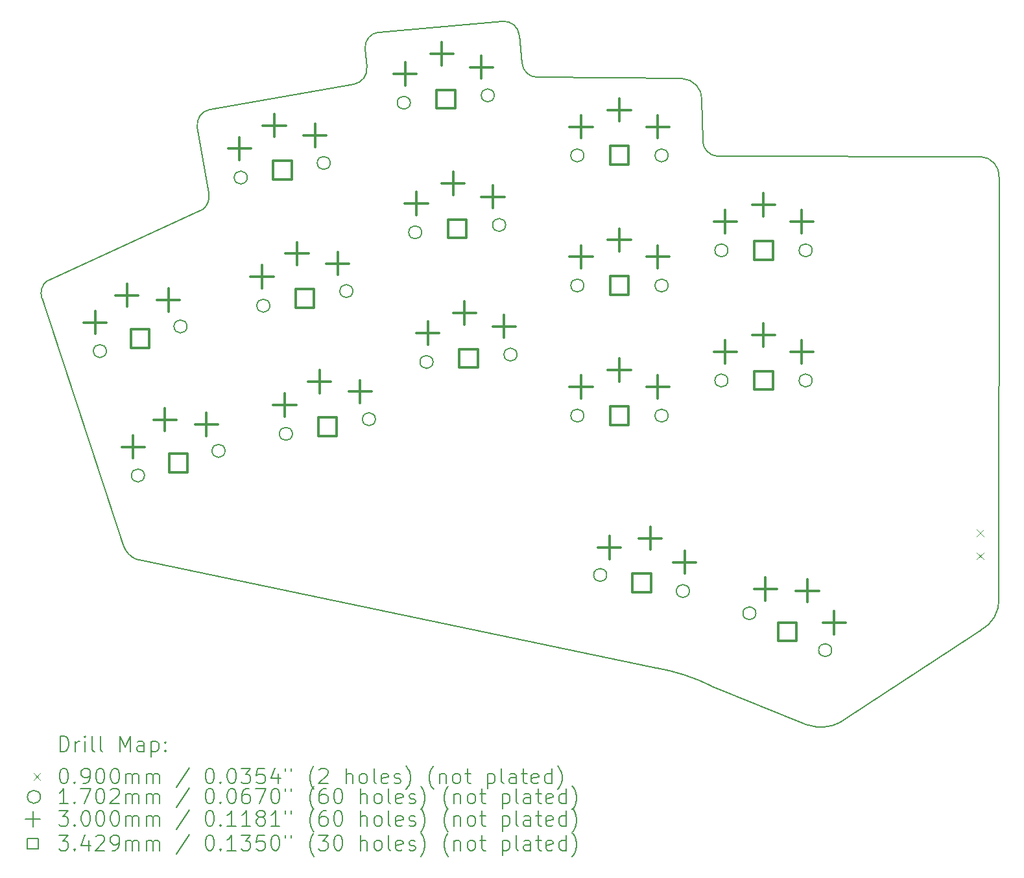
<source format=gbr>
%FSLAX45Y45*%
G04 Gerber Fmt 4.5, Leading zero omitted, Abs format (unit mm)*
G04 Created by KiCad (PCBNEW (6.0.4)) date 2022-05-15 18:09:08*
%MOMM*%
%LPD*%
G01*
G04 APERTURE LIST*
%TA.AperFunction,Profile*%
%ADD10C,0.150000*%
%TD*%
%ADD11C,0.200000*%
%ADD12C,0.090000*%
%ADD13C,0.170180*%
%ADD14C,0.300000*%
%ADD15C,0.342900*%
G04 APERTURE END LIST*
D10*
X6193308Y11268038D02*
X8077793Y11600323D01*
X12617390Y11393371D02*
G75*
G03*
X12363394Y11672771I-271530J8309D01*
G01*
X4064822Y9026729D02*
G75*
G03*
X4000538Y8804935I127368J-157129D01*
G01*
X4064821Y9026731D02*
X6108103Y9966950D01*
X10469953Y11689307D02*
X12363394Y11672771D01*
X12741926Y3736877D02*
G75*
G03*
X12025482Y3971349I-1191097J-2427667D01*
G01*
X10270710Y11871876D02*
G75*
G03*
X10469953Y11689307I199250J17444D01*
G01*
X16260102Y10651714D02*
X12830714Y10656418D01*
X12627823Y10859110D02*
G75*
G03*
X12830714Y10656418I208327J5640D01*
G01*
X8402406Y12279469D02*
X10016242Y12420661D01*
X13997410Y3228984D02*
G75*
G03*
X14415051Y3256148I177330J497746D01*
G01*
X12025482Y3971349D02*
X5232567Y5391664D01*
X4000538Y8804935D02*
X5064080Y5574684D01*
X5064080Y5574684D02*
G75*
G03*
X5232567Y5391664I284371J92726D01*
G01*
X13997409Y3228982D02*
X12741926Y3736876D01*
X16254981Y4462540D02*
G75*
G03*
X16496248Y4877642I-207697J398385D01*
G01*
X8242303Y11814716D02*
X8220598Y12062799D01*
X6108103Y9966950D02*
G75*
G03*
X6182043Y10176232I-151733J171310D01*
G01*
X16496248Y4877642D02*
X16498230Y10381255D01*
X10232913Y12238854D02*
G75*
G03*
X10016242Y12420661I-199233J-17424D01*
G01*
X14415051Y3256148D02*
X16254981Y4462540D01*
X6031076Y11036347D02*
X6182043Y10176232D01*
X8077794Y11600323D02*
G75*
G03*
X8242303Y11814716I-34724J196957D01*
G01*
X12627819Y10859110D02*
X12617394Y11393371D01*
X16498224Y10381255D02*
G75*
G03*
X16260102Y10651714I-253545J16825D01*
G01*
X10232912Y12238854D02*
X10270714Y11871876D01*
X6193307Y11268044D02*
G75*
G03*
X6031076Y11036347I34733J-196964D01*
G01*
X8402407Y12279462D02*
G75*
G03*
X8220598Y12062799I17423J-199232D01*
G01*
D11*
D12*
X16205014Y5779462D02*
X16295014Y5689462D01*
X16295014Y5779462D02*
X16205014Y5689462D01*
X16205014Y5479462D02*
X16295014Y5389462D01*
X16295014Y5479462D02*
X16205014Y5389462D01*
D13*
X4843348Y8112192D02*
G75*
G03*
X4843348Y8112192I-85090J0D01*
G01*
X4843348Y8112192D02*
G75*
G03*
X4843348Y8112192I-85090J0D01*
G01*
X5340380Y6486474D02*
G75*
G03*
X5340380Y6486474I-85090J0D01*
G01*
X5340380Y6486474D02*
G75*
G03*
X5340380Y6486474I-85090J0D01*
G01*
X5895283Y8433801D02*
G75*
G03*
X5895283Y8433801I-85090J0D01*
G01*
X5895283Y8433801D02*
G75*
G03*
X5895283Y8433801I-85090J0D01*
G01*
X6392315Y6808083D02*
G75*
G03*
X6392315Y6808083I-85090J0D01*
G01*
X6392315Y6808083D02*
G75*
G03*
X6392315Y6808083I-85090J0D01*
G01*
X6682157Y10379000D02*
G75*
G03*
X6682157Y10379000I-85090J0D01*
G01*
X6682157Y10379000D02*
G75*
G03*
X6682157Y10379000I-85090J0D01*
G01*
X6977359Y8704827D02*
G75*
G03*
X6977359Y8704827I-85090J0D01*
G01*
X6977359Y8704827D02*
G75*
G03*
X6977359Y8704827I-85090J0D01*
G01*
X7272560Y7030654D02*
G75*
G03*
X7272560Y7030654I-85090J0D01*
G01*
X7272560Y7030654D02*
G75*
G03*
X7272560Y7030654I-85090J0D01*
G01*
X7765445Y10570013D02*
G75*
G03*
X7765445Y10570013I-85090J0D01*
G01*
X7765445Y10570013D02*
G75*
G03*
X7765445Y10570013I-85090J0D01*
G01*
X8060647Y8895840D02*
G75*
G03*
X8060647Y8895840I-85090J0D01*
G01*
X8060647Y8895840D02*
G75*
G03*
X8060647Y8895840I-85090J0D01*
G01*
X8355849Y7221667D02*
G75*
G03*
X8355849Y7221667I-85090J0D01*
G01*
X8355849Y7221667D02*
G75*
G03*
X8355849Y7221667I-85090J0D01*
G01*
X8811183Y11357012D02*
G75*
G03*
X8811183Y11357012I-85090J0D01*
G01*
X8811183Y11357012D02*
G75*
G03*
X8811183Y11357012I-85090J0D01*
G01*
X8959347Y9663481D02*
G75*
G03*
X8959347Y9663481I-85090J0D01*
G01*
X8959347Y9663481D02*
G75*
G03*
X8959347Y9663481I-85090J0D01*
G01*
X9107512Y7969950D02*
G75*
G03*
X9107512Y7969950I-85090J0D01*
G01*
X9107512Y7969950D02*
G75*
G03*
X9107512Y7969950I-85090J0D01*
G01*
X9906997Y11452883D02*
G75*
G03*
X9906997Y11452883I-85090J0D01*
G01*
X9906997Y11452883D02*
G75*
G03*
X9906997Y11452883I-85090J0D01*
G01*
X10055161Y9759352D02*
G75*
G03*
X10055161Y9759352I-85090J0D01*
G01*
X10055161Y9759352D02*
G75*
G03*
X10055161Y9759352I-85090J0D01*
G01*
X10203326Y8065821D02*
G75*
G03*
X10203326Y8065821I-85090J0D01*
G01*
X10203326Y8065821D02*
G75*
G03*
X10203326Y8065821I-85090J0D01*
G01*
X11076199Y10668602D02*
G75*
G03*
X11076199Y10668602I-85090J0D01*
G01*
X11076199Y10668602D02*
G75*
G03*
X11076199Y10668602I-85090J0D01*
G01*
X11076199Y8968602D02*
G75*
G03*
X11076199Y8968602I-85090J0D01*
G01*
X11076199Y8968602D02*
G75*
G03*
X11076199Y8968602I-85090J0D01*
G01*
X11076199Y7268602D02*
G75*
G03*
X11076199Y7268602I-85090J0D01*
G01*
X11076199Y7268602D02*
G75*
G03*
X11076199Y7268602I-85090J0D01*
G01*
X11374909Y5186432D02*
G75*
G03*
X11374909Y5186432I-85090J0D01*
G01*
X11374909Y5186432D02*
G75*
G03*
X11374909Y5186432I-85090J0D01*
G01*
X12176199Y10668602D02*
G75*
G03*
X12176199Y10668602I-85090J0D01*
G01*
X12176199Y10668602D02*
G75*
G03*
X12176199Y10668602I-85090J0D01*
G01*
X12176199Y8968602D02*
G75*
G03*
X12176199Y8968602I-85090J0D01*
G01*
X12176199Y8968602D02*
G75*
G03*
X12176199Y8968602I-85090J0D01*
G01*
X12176199Y7268602D02*
G75*
G03*
X12176199Y7268602I-85090J0D01*
G01*
X12176199Y7268602D02*
G75*
G03*
X12176199Y7268602I-85090J0D01*
G01*
X12454699Y4976542D02*
G75*
G03*
X12454699Y4976542I-85090J0D01*
G01*
X12454699Y4976542D02*
G75*
G03*
X12454699Y4976542I-85090J0D01*
G01*
X12956918Y9427885D02*
G75*
G03*
X12956918Y9427885I-85090J0D01*
G01*
X12956918Y9427885D02*
G75*
G03*
X12956918Y9427885I-85090J0D01*
G01*
X12956918Y7727885D02*
G75*
G03*
X12956918Y7727885I-85090J0D01*
G01*
X12956918Y7727885D02*
G75*
G03*
X12956918Y7727885I-85090J0D01*
G01*
X13323274Y4685921D02*
G75*
G03*
X13323274Y4685921I-85090J0D01*
G01*
X13323274Y4685921D02*
G75*
G03*
X13323274Y4685921I-85090J0D01*
G01*
X14056918Y9427885D02*
G75*
G03*
X14056918Y9427885I-85090J0D01*
G01*
X14056918Y9427885D02*
G75*
G03*
X14056918Y9427885I-85090J0D01*
G01*
X14056918Y7727885D02*
G75*
G03*
X14056918Y7727885I-85090J0D01*
G01*
X14056918Y7727885D02*
G75*
G03*
X14056918Y7727885I-85090J0D01*
G01*
X14311948Y4203713D02*
G75*
G03*
X14311948Y4203713I-85090J0D01*
G01*
X14311948Y4203713D02*
G75*
G03*
X14311948Y4203713I-85090J0D01*
G01*
D14*
X4696434Y8635425D02*
X4696434Y8335425D01*
X4546434Y8485425D02*
X4846434Y8485425D01*
X5110265Y8991998D02*
X5110265Y8691998D01*
X4960265Y8841998D02*
X5260265Y8841998D01*
X5110265Y8991998D02*
X5110265Y8691998D01*
X4960265Y8841998D02*
X5260265Y8841998D01*
X5193466Y7009707D02*
X5193466Y6709707D01*
X5043466Y6859707D02*
X5343466Y6859707D01*
X5607297Y7366279D02*
X5607297Y7066279D01*
X5457297Y7216279D02*
X5757297Y7216279D01*
X5607297Y7366279D02*
X5607297Y7066279D01*
X5457297Y7216279D02*
X5757297Y7216279D01*
X5652739Y8927796D02*
X5652739Y8627796D01*
X5502739Y8777796D02*
X5802739Y8777796D01*
X6149771Y7302078D02*
X6149771Y7002078D01*
X5999771Y7152078D02*
X6299771Y7152078D01*
X6581189Y10906986D02*
X6581189Y10606986D01*
X6431189Y10756986D02*
X6731189Y10756986D01*
X6876391Y9232812D02*
X6876391Y8932812D01*
X6726391Y9082812D02*
X7026391Y9082812D01*
X7035390Y11210467D02*
X7035390Y10910467D01*
X6885390Y11060467D02*
X7185390Y11060467D01*
X7035390Y11210467D02*
X7035390Y10910467D01*
X6885390Y11060467D02*
X7185390Y11060467D01*
X7171593Y7558639D02*
X7171593Y7258639D01*
X7021593Y7408639D02*
X7321593Y7408639D01*
X7330592Y9536294D02*
X7330592Y9236294D01*
X7180592Y9386294D02*
X7480592Y9386294D01*
X7330592Y9536294D02*
X7330592Y9236294D01*
X7180592Y9386294D02*
X7480592Y9386294D01*
X7565997Y11080634D02*
X7565997Y10780634D01*
X7415997Y10930634D02*
X7715997Y10930634D01*
X7625794Y7862121D02*
X7625794Y7562121D01*
X7475794Y7712121D02*
X7775794Y7712121D01*
X7625794Y7862121D02*
X7625794Y7562121D01*
X7475794Y7712121D02*
X7775794Y7712121D01*
X7861199Y9406461D02*
X7861199Y9106461D01*
X7711199Y9256461D02*
X8011199Y9256461D01*
X8156401Y7732287D02*
X8156401Y7432287D01*
X8006401Y7582287D02*
X8306401Y7582287D01*
X8743219Y11884943D02*
X8743219Y11584943D01*
X8593219Y11734943D02*
X8893219Y11734943D01*
X8891384Y10191412D02*
X8891384Y9891412D01*
X8741384Y10041412D02*
X9041384Y10041412D01*
X9039548Y8497881D02*
X9039548Y8197881D01*
X8889548Y8347881D02*
X9189548Y8347881D01*
X9222142Y12147683D02*
X9222142Y11847683D01*
X9072142Y11997683D02*
X9372142Y11997683D01*
X9222142Y12147683D02*
X9222142Y11847683D01*
X9072142Y11997683D02*
X9372142Y11997683D01*
X9370307Y10454153D02*
X9370307Y10154153D01*
X9220307Y10304153D02*
X9520307Y10304153D01*
X9370307Y10454153D02*
X9370307Y10154153D01*
X9220307Y10304153D02*
X9520307Y10304153D01*
X9518471Y8760622D02*
X9518471Y8460622D01*
X9368471Y8610622D02*
X9668471Y8610622D01*
X9518471Y8760622D02*
X9518471Y8460622D01*
X9368471Y8610622D02*
X9668471Y8610622D01*
X9739414Y11972099D02*
X9739414Y11672099D01*
X9589414Y11822099D02*
X9889414Y11822099D01*
X9887578Y10278568D02*
X9887578Y9978568D01*
X9737578Y10128568D02*
X10037578Y10128568D01*
X10035743Y8585037D02*
X10035743Y8285037D01*
X9885743Y8435037D02*
X10185743Y8435037D01*
X11041109Y11193602D02*
X11041109Y10893602D01*
X10891109Y11043602D02*
X11191109Y11043602D01*
X11041109Y9493602D02*
X11041109Y9193602D01*
X10891109Y9343602D02*
X11191109Y9343602D01*
X11041109Y7793602D02*
X11041109Y7493602D01*
X10891109Y7643602D02*
X11191109Y7643602D01*
X11410454Y5695002D02*
X11410454Y5395002D01*
X11260454Y5545002D02*
X11560454Y5545002D01*
X11541109Y11413602D02*
X11541109Y11113602D01*
X11391109Y11263602D02*
X11691109Y11263602D01*
X11541109Y11413602D02*
X11541109Y11113602D01*
X11391109Y11263602D02*
X11691109Y11263602D01*
X11541109Y9713602D02*
X11541109Y9413602D01*
X11391109Y9563602D02*
X11691109Y9563602D01*
X11541109Y9713602D02*
X11541109Y9413602D01*
X11391109Y9563602D02*
X11691109Y9563602D01*
X11541109Y8013602D02*
X11541109Y7713602D01*
X11391109Y7863602D02*
X11691109Y7863602D01*
X11541109Y8013602D02*
X11541109Y7713602D01*
X11391109Y7863602D02*
X11691109Y7863602D01*
X11943245Y5815555D02*
X11943245Y5515555D01*
X11793245Y5665555D02*
X12093245Y5665555D01*
X11943245Y5815555D02*
X11943245Y5515555D01*
X11793245Y5665555D02*
X12093245Y5665555D01*
X12041109Y11193602D02*
X12041109Y10893602D01*
X11891109Y11043602D02*
X12191109Y11043602D01*
X12041109Y9493602D02*
X12041109Y9193602D01*
X11891109Y9343602D02*
X12191109Y9343602D01*
X12041109Y7793602D02*
X12041109Y7493602D01*
X11891109Y7643602D02*
X12191109Y7643602D01*
X12392081Y5504193D02*
X12392081Y5204193D01*
X12242081Y5354193D02*
X12542081Y5354193D01*
X12921828Y9952885D02*
X12921828Y9652885D01*
X12771828Y9802885D02*
X13071828Y9802885D01*
X12921828Y8252885D02*
X12921828Y7952885D01*
X12771828Y8102885D02*
X13071828Y8102885D01*
X13421828Y10172885D02*
X13421828Y9872885D01*
X13271828Y10022885D02*
X13571828Y10022885D01*
X13421828Y10172885D02*
X13421828Y9872885D01*
X13271828Y10022885D02*
X13571828Y10022885D01*
X13421828Y8472885D02*
X13421828Y8172885D01*
X13271828Y8322885D02*
X13571828Y8322885D01*
X13421828Y8472885D02*
X13421828Y8172885D01*
X13271828Y8322885D02*
X13571828Y8322885D01*
X13447513Y5151050D02*
X13447513Y4851050D01*
X13297513Y5001050D02*
X13597513Y5001050D01*
X13921828Y9952885D02*
X13921828Y9652885D01*
X13771828Y9802885D02*
X14071828Y9802885D01*
X13921828Y8252885D02*
X13921828Y7952885D01*
X13771828Y8102885D02*
X14071828Y8102885D01*
X13993352Y5129599D02*
X13993352Y4829599D01*
X13843352Y4979599D02*
X14143352Y4979599D01*
X13993352Y5129599D02*
X13993352Y4829599D01*
X13843352Y4979599D02*
X14143352Y4979599D01*
X14346307Y4712679D02*
X14346307Y4412679D01*
X14196307Y4562679D02*
X14496307Y4562679D01*
D15*
X5405461Y8151762D02*
X5405461Y8394231D01*
X5162991Y8394231D01*
X5162991Y8151762D01*
X5405461Y8151762D01*
X5405461Y8151762D02*
X5405461Y8394231D01*
X5162991Y8394231D01*
X5162991Y8151762D01*
X5405461Y8151762D01*
X5902492Y6526044D02*
X5902492Y6768513D01*
X5660023Y6768513D01*
X5660023Y6526044D01*
X5902492Y6526044D01*
X5902492Y6526044D02*
X5902492Y6768513D01*
X5660023Y6768513D01*
X5660023Y6526044D01*
X5902492Y6526044D01*
X7259946Y10353272D02*
X7259946Y10595741D01*
X7017476Y10595741D01*
X7017476Y10353272D01*
X7259946Y10353272D01*
X7259946Y10353272D02*
X7259946Y10595741D01*
X7017476Y10595741D01*
X7017476Y10353272D01*
X7259946Y10353272D01*
X7555147Y8679099D02*
X7555147Y8921568D01*
X7312678Y8921568D01*
X7312678Y8679099D01*
X7555147Y8679099D01*
X7555147Y8679099D02*
X7555147Y8921568D01*
X7312678Y8921568D01*
X7312678Y8679099D01*
X7555147Y8679099D01*
X7850349Y7004926D02*
X7850349Y7247395D01*
X7607880Y7247395D01*
X7607880Y7004926D01*
X7850349Y7004926D01*
X7850349Y7004926D02*
X7850349Y7247395D01*
X7607880Y7247395D01*
X7607880Y7004926D01*
X7850349Y7004926D01*
X9395234Y11283713D02*
X9395234Y11526182D01*
X9152765Y11526182D01*
X9152765Y11283713D01*
X9395234Y11283713D01*
X9395234Y11283713D02*
X9395234Y11526182D01*
X9152765Y11526182D01*
X9152765Y11283713D01*
X9395234Y11283713D01*
X9543399Y9590182D02*
X9543399Y9832651D01*
X9300930Y9832651D01*
X9300930Y9590182D01*
X9543399Y9590182D01*
X9543399Y9590182D02*
X9543399Y9832651D01*
X9300930Y9832651D01*
X9300930Y9590182D01*
X9543399Y9590182D01*
X9691564Y7896651D02*
X9691564Y8139120D01*
X9449095Y8139120D01*
X9449095Y7896651D01*
X9691564Y7896651D01*
X9691564Y7896651D02*
X9691564Y8139120D01*
X9449095Y8139120D01*
X9449095Y7896651D01*
X9691564Y7896651D01*
X11662343Y10547367D02*
X11662343Y10789836D01*
X11419874Y10789836D01*
X11419874Y10547367D01*
X11662343Y10547367D01*
X11662343Y10547367D02*
X11662343Y10789836D01*
X11419874Y10789836D01*
X11419874Y10547367D01*
X11662343Y10547367D01*
X11662343Y8847367D02*
X11662343Y9089836D01*
X11419874Y9089836D01*
X11419874Y8847367D01*
X11662343Y8847367D01*
X11662343Y8847367D02*
X11662343Y9089836D01*
X11419874Y9089836D01*
X11419874Y8847367D01*
X11662343Y8847367D01*
X11662343Y7147367D02*
X11662343Y7389836D01*
X11419874Y7389836D01*
X11419874Y7147367D01*
X11662343Y7147367D01*
X11662343Y7147367D02*
X11662343Y7389836D01*
X11419874Y7389836D01*
X11419874Y7147367D01*
X11662343Y7147367D01*
X11950949Y4960253D02*
X11950949Y5202722D01*
X11708479Y5202722D01*
X11708479Y4960253D01*
X11950949Y4960253D01*
X11950949Y4960253D02*
X11950949Y5202722D01*
X11708479Y5202722D01*
X11708479Y4960253D01*
X11950949Y4960253D01*
X13543063Y9306651D02*
X13543063Y9549120D01*
X13300593Y9549120D01*
X13300593Y9306651D01*
X13543063Y9306651D01*
X13543063Y9306651D02*
X13543063Y9549120D01*
X13300593Y9549120D01*
X13300593Y9306651D01*
X13543063Y9306651D01*
X13543063Y7606651D02*
X13543063Y7849120D01*
X13300593Y7849120D01*
X13300593Y7606651D01*
X13543063Y7606651D01*
X13543063Y7606651D02*
X13543063Y7849120D01*
X13300593Y7849120D01*
X13300593Y7606651D01*
X13543063Y7606651D01*
X13853756Y4323582D02*
X13853756Y4566051D01*
X13611286Y4566051D01*
X13611286Y4323582D01*
X13853756Y4323582D01*
X13853756Y4323582D02*
X13853756Y4566051D01*
X13611286Y4566051D01*
X13611286Y4323582D01*
X13853756Y4323582D01*
D11*
X4240042Y2880363D02*
X4240042Y3080363D01*
X4287661Y3080363D01*
X4316233Y3070839D01*
X4335280Y3051792D01*
X4344804Y3032744D01*
X4354328Y2994649D01*
X4354328Y2966077D01*
X4344804Y2927982D01*
X4335280Y2908934D01*
X4316233Y2889887D01*
X4287661Y2880363D01*
X4240042Y2880363D01*
X4440042Y2880363D02*
X4440042Y3013696D01*
X4440042Y2975601D02*
X4449566Y2994649D01*
X4459090Y3004173D01*
X4478137Y3013696D01*
X4497185Y3013696D01*
X4563852Y2880363D02*
X4563852Y3013696D01*
X4563852Y3080363D02*
X4554328Y3070839D01*
X4563852Y3061315D01*
X4573375Y3070839D01*
X4563852Y3080363D01*
X4563852Y3061315D01*
X4687661Y2880363D02*
X4668614Y2889887D01*
X4659090Y2908934D01*
X4659090Y3080363D01*
X4792423Y2880363D02*
X4773375Y2889887D01*
X4763852Y2908934D01*
X4763852Y3080363D01*
X5020995Y2880363D02*
X5020995Y3080363D01*
X5087661Y2937506D01*
X5154328Y3080363D01*
X5154328Y2880363D01*
X5335280Y2880363D02*
X5335280Y2985125D01*
X5325756Y3004173D01*
X5306709Y3013696D01*
X5268614Y3013696D01*
X5249566Y3004173D01*
X5335280Y2889887D02*
X5316233Y2880363D01*
X5268614Y2880363D01*
X5249566Y2889887D01*
X5240042Y2908934D01*
X5240042Y2927982D01*
X5249566Y2947030D01*
X5268614Y2956553D01*
X5316233Y2956553D01*
X5335280Y2966077D01*
X5430518Y3013696D02*
X5430518Y2813696D01*
X5430518Y3004173D02*
X5449566Y3013696D01*
X5487661Y3013696D01*
X5506709Y3004173D01*
X5516233Y2994649D01*
X5525756Y2975601D01*
X5525756Y2918458D01*
X5516233Y2899411D01*
X5506709Y2889887D01*
X5487661Y2880363D01*
X5449566Y2880363D01*
X5430518Y2889887D01*
X5611471Y2899411D02*
X5620994Y2889887D01*
X5611471Y2880363D01*
X5601947Y2889887D01*
X5611471Y2899411D01*
X5611471Y2880363D01*
X5611471Y3004173D02*
X5620994Y2994649D01*
X5611471Y2985125D01*
X5601947Y2994649D01*
X5611471Y3004173D01*
X5611471Y2985125D01*
D12*
X3892423Y2595839D02*
X3982423Y2505839D01*
X3982423Y2595839D02*
X3892423Y2505839D01*
D11*
X4278137Y2660363D02*
X4297185Y2660363D01*
X4316233Y2650839D01*
X4325756Y2641315D01*
X4335280Y2622268D01*
X4344804Y2584173D01*
X4344804Y2536554D01*
X4335280Y2498458D01*
X4325756Y2479411D01*
X4316233Y2469887D01*
X4297185Y2460363D01*
X4278137Y2460363D01*
X4259090Y2469887D01*
X4249566Y2479411D01*
X4240042Y2498458D01*
X4230518Y2536554D01*
X4230518Y2584173D01*
X4240042Y2622268D01*
X4249566Y2641315D01*
X4259090Y2650839D01*
X4278137Y2660363D01*
X4430518Y2479411D02*
X4440042Y2469887D01*
X4430518Y2460363D01*
X4420995Y2469887D01*
X4430518Y2479411D01*
X4430518Y2460363D01*
X4535280Y2460363D02*
X4573375Y2460363D01*
X4592423Y2469887D01*
X4601947Y2479411D01*
X4620995Y2507982D01*
X4630518Y2546077D01*
X4630518Y2622268D01*
X4620995Y2641315D01*
X4611471Y2650839D01*
X4592423Y2660363D01*
X4554328Y2660363D01*
X4535280Y2650839D01*
X4525756Y2641315D01*
X4516233Y2622268D01*
X4516233Y2574649D01*
X4525756Y2555601D01*
X4535280Y2546077D01*
X4554328Y2536554D01*
X4592423Y2536554D01*
X4611471Y2546077D01*
X4620995Y2555601D01*
X4630518Y2574649D01*
X4754328Y2660363D02*
X4773375Y2660363D01*
X4792423Y2650839D01*
X4801947Y2641315D01*
X4811471Y2622268D01*
X4820995Y2584173D01*
X4820995Y2536554D01*
X4811471Y2498458D01*
X4801947Y2479411D01*
X4792423Y2469887D01*
X4773375Y2460363D01*
X4754328Y2460363D01*
X4735280Y2469887D01*
X4725756Y2479411D01*
X4716233Y2498458D01*
X4706709Y2536554D01*
X4706709Y2584173D01*
X4716233Y2622268D01*
X4725756Y2641315D01*
X4735280Y2650839D01*
X4754328Y2660363D01*
X4944804Y2660363D02*
X4963852Y2660363D01*
X4982899Y2650839D01*
X4992423Y2641315D01*
X5001947Y2622268D01*
X5011471Y2584173D01*
X5011471Y2536554D01*
X5001947Y2498458D01*
X4992423Y2479411D01*
X4982899Y2469887D01*
X4963852Y2460363D01*
X4944804Y2460363D01*
X4925756Y2469887D01*
X4916233Y2479411D01*
X4906709Y2498458D01*
X4897185Y2536554D01*
X4897185Y2584173D01*
X4906709Y2622268D01*
X4916233Y2641315D01*
X4925756Y2650839D01*
X4944804Y2660363D01*
X5097185Y2460363D02*
X5097185Y2593696D01*
X5097185Y2574649D02*
X5106709Y2584173D01*
X5125756Y2593696D01*
X5154328Y2593696D01*
X5173375Y2584173D01*
X5182899Y2565125D01*
X5182899Y2460363D01*
X5182899Y2565125D02*
X5192423Y2584173D01*
X5211471Y2593696D01*
X5240042Y2593696D01*
X5259090Y2584173D01*
X5268614Y2565125D01*
X5268614Y2460363D01*
X5363852Y2460363D02*
X5363852Y2593696D01*
X5363852Y2574649D02*
X5373375Y2584173D01*
X5392423Y2593696D01*
X5420995Y2593696D01*
X5440042Y2584173D01*
X5449566Y2565125D01*
X5449566Y2460363D01*
X5449566Y2565125D02*
X5459090Y2584173D01*
X5478137Y2593696D01*
X5506709Y2593696D01*
X5525756Y2584173D01*
X5535280Y2565125D01*
X5535280Y2460363D01*
X5925756Y2669887D02*
X5754328Y2412744D01*
X6182899Y2660363D02*
X6201947Y2660363D01*
X6220994Y2650839D01*
X6230518Y2641315D01*
X6240042Y2622268D01*
X6249566Y2584173D01*
X6249566Y2536554D01*
X6240042Y2498458D01*
X6230518Y2479411D01*
X6220994Y2469887D01*
X6201947Y2460363D01*
X6182899Y2460363D01*
X6163852Y2469887D01*
X6154328Y2479411D01*
X6144804Y2498458D01*
X6135280Y2536554D01*
X6135280Y2584173D01*
X6144804Y2622268D01*
X6154328Y2641315D01*
X6163852Y2650839D01*
X6182899Y2660363D01*
X6335280Y2479411D02*
X6344804Y2469887D01*
X6335280Y2460363D01*
X6325756Y2469887D01*
X6335280Y2479411D01*
X6335280Y2460363D01*
X6468613Y2660363D02*
X6487661Y2660363D01*
X6506709Y2650839D01*
X6516233Y2641315D01*
X6525756Y2622268D01*
X6535280Y2584173D01*
X6535280Y2536554D01*
X6525756Y2498458D01*
X6516233Y2479411D01*
X6506709Y2469887D01*
X6487661Y2460363D01*
X6468613Y2460363D01*
X6449566Y2469887D01*
X6440042Y2479411D01*
X6430518Y2498458D01*
X6420994Y2536554D01*
X6420994Y2584173D01*
X6430518Y2622268D01*
X6440042Y2641315D01*
X6449566Y2650839D01*
X6468613Y2660363D01*
X6601947Y2660363D02*
X6725756Y2660363D01*
X6659090Y2584173D01*
X6687661Y2584173D01*
X6706709Y2574649D01*
X6716233Y2565125D01*
X6725756Y2546077D01*
X6725756Y2498458D01*
X6716233Y2479411D01*
X6706709Y2469887D01*
X6687661Y2460363D01*
X6630518Y2460363D01*
X6611471Y2469887D01*
X6601947Y2479411D01*
X6906709Y2660363D02*
X6811471Y2660363D01*
X6801947Y2565125D01*
X6811471Y2574649D01*
X6830518Y2584173D01*
X6878137Y2584173D01*
X6897185Y2574649D01*
X6906709Y2565125D01*
X6916233Y2546077D01*
X6916233Y2498458D01*
X6906709Y2479411D01*
X6897185Y2469887D01*
X6878137Y2460363D01*
X6830518Y2460363D01*
X6811471Y2469887D01*
X6801947Y2479411D01*
X7087661Y2593696D02*
X7087661Y2460363D01*
X7040042Y2669887D02*
X6992423Y2527030D01*
X7116233Y2527030D01*
X7182899Y2660363D02*
X7182899Y2622268D01*
X7259090Y2660363D02*
X7259090Y2622268D01*
X7554328Y2384173D02*
X7544804Y2393696D01*
X7525756Y2422268D01*
X7516233Y2441315D01*
X7506709Y2469887D01*
X7497185Y2517506D01*
X7497185Y2555601D01*
X7506709Y2603220D01*
X7516233Y2631792D01*
X7525756Y2650839D01*
X7544804Y2679411D01*
X7554328Y2688935D01*
X7620994Y2641315D02*
X7630518Y2650839D01*
X7649566Y2660363D01*
X7697185Y2660363D01*
X7716233Y2650839D01*
X7725756Y2641315D01*
X7735280Y2622268D01*
X7735280Y2603220D01*
X7725756Y2574649D01*
X7611471Y2460363D01*
X7735280Y2460363D01*
X7973375Y2460363D02*
X7973375Y2660363D01*
X8059090Y2460363D02*
X8059090Y2565125D01*
X8049566Y2584173D01*
X8030518Y2593696D01*
X8001947Y2593696D01*
X7982899Y2584173D01*
X7973375Y2574649D01*
X8182899Y2460363D02*
X8163852Y2469887D01*
X8154328Y2479411D01*
X8144804Y2498458D01*
X8144804Y2555601D01*
X8154328Y2574649D01*
X8163852Y2584173D01*
X8182899Y2593696D01*
X8211471Y2593696D01*
X8230518Y2584173D01*
X8240042Y2574649D01*
X8249566Y2555601D01*
X8249566Y2498458D01*
X8240042Y2479411D01*
X8230518Y2469887D01*
X8211471Y2460363D01*
X8182899Y2460363D01*
X8363852Y2460363D02*
X8344804Y2469887D01*
X8335280Y2488935D01*
X8335280Y2660363D01*
X8516233Y2469887D02*
X8497185Y2460363D01*
X8459090Y2460363D01*
X8440042Y2469887D01*
X8430518Y2488935D01*
X8430518Y2565125D01*
X8440042Y2584173D01*
X8459090Y2593696D01*
X8497185Y2593696D01*
X8516233Y2584173D01*
X8525756Y2565125D01*
X8525756Y2546077D01*
X8430518Y2527030D01*
X8601947Y2469887D02*
X8620995Y2460363D01*
X8659090Y2460363D01*
X8678137Y2469887D01*
X8687661Y2488935D01*
X8687661Y2498458D01*
X8678137Y2517506D01*
X8659090Y2527030D01*
X8630518Y2527030D01*
X8611471Y2536554D01*
X8601947Y2555601D01*
X8601947Y2565125D01*
X8611471Y2584173D01*
X8630518Y2593696D01*
X8659090Y2593696D01*
X8678137Y2584173D01*
X8754328Y2384173D02*
X8763852Y2393696D01*
X8782899Y2422268D01*
X8792423Y2441315D01*
X8801947Y2469887D01*
X8811471Y2517506D01*
X8811471Y2555601D01*
X8801947Y2603220D01*
X8792423Y2631792D01*
X8782899Y2650839D01*
X8763852Y2679411D01*
X8754328Y2688935D01*
X9116233Y2384173D02*
X9106709Y2393696D01*
X9087661Y2422268D01*
X9078137Y2441315D01*
X9068614Y2469887D01*
X9059090Y2517506D01*
X9059090Y2555601D01*
X9068614Y2603220D01*
X9078137Y2631792D01*
X9087661Y2650839D01*
X9106709Y2679411D01*
X9116233Y2688935D01*
X9192423Y2593696D02*
X9192423Y2460363D01*
X9192423Y2574649D02*
X9201947Y2584173D01*
X9220995Y2593696D01*
X9249566Y2593696D01*
X9268614Y2584173D01*
X9278137Y2565125D01*
X9278137Y2460363D01*
X9401947Y2460363D02*
X9382899Y2469887D01*
X9373375Y2479411D01*
X9363852Y2498458D01*
X9363852Y2555601D01*
X9373375Y2574649D01*
X9382899Y2584173D01*
X9401947Y2593696D01*
X9430518Y2593696D01*
X9449566Y2584173D01*
X9459090Y2574649D01*
X9468614Y2555601D01*
X9468614Y2498458D01*
X9459090Y2479411D01*
X9449566Y2469887D01*
X9430518Y2460363D01*
X9401947Y2460363D01*
X9525756Y2593696D02*
X9601947Y2593696D01*
X9554328Y2660363D02*
X9554328Y2488935D01*
X9563852Y2469887D01*
X9582899Y2460363D01*
X9601947Y2460363D01*
X9820995Y2593696D02*
X9820995Y2393696D01*
X9820995Y2584173D02*
X9840042Y2593696D01*
X9878137Y2593696D01*
X9897185Y2584173D01*
X9906709Y2574649D01*
X9916233Y2555601D01*
X9916233Y2498458D01*
X9906709Y2479411D01*
X9897185Y2469887D01*
X9878137Y2460363D01*
X9840042Y2460363D01*
X9820995Y2469887D01*
X10030518Y2460363D02*
X10011471Y2469887D01*
X10001947Y2488935D01*
X10001947Y2660363D01*
X10192423Y2460363D02*
X10192423Y2565125D01*
X10182899Y2584173D01*
X10163852Y2593696D01*
X10125756Y2593696D01*
X10106709Y2584173D01*
X10192423Y2469887D02*
X10173375Y2460363D01*
X10125756Y2460363D01*
X10106709Y2469887D01*
X10097185Y2488935D01*
X10097185Y2507982D01*
X10106709Y2527030D01*
X10125756Y2536554D01*
X10173375Y2536554D01*
X10192423Y2546077D01*
X10259090Y2593696D02*
X10335280Y2593696D01*
X10287661Y2660363D02*
X10287661Y2488935D01*
X10297185Y2469887D01*
X10316233Y2460363D01*
X10335280Y2460363D01*
X10478137Y2469887D02*
X10459090Y2460363D01*
X10420995Y2460363D01*
X10401947Y2469887D01*
X10392423Y2488935D01*
X10392423Y2565125D01*
X10401947Y2584173D01*
X10420995Y2593696D01*
X10459090Y2593696D01*
X10478137Y2584173D01*
X10487661Y2565125D01*
X10487661Y2546077D01*
X10392423Y2527030D01*
X10659090Y2460363D02*
X10659090Y2660363D01*
X10659090Y2469887D02*
X10640042Y2460363D01*
X10601947Y2460363D01*
X10582899Y2469887D01*
X10573375Y2479411D01*
X10563852Y2498458D01*
X10563852Y2555601D01*
X10573375Y2574649D01*
X10582899Y2584173D01*
X10601947Y2593696D01*
X10640042Y2593696D01*
X10659090Y2584173D01*
X10735280Y2384173D02*
X10744804Y2393696D01*
X10763852Y2422268D01*
X10773375Y2441315D01*
X10782899Y2469887D01*
X10792423Y2517506D01*
X10792423Y2555601D01*
X10782899Y2603220D01*
X10773375Y2631792D01*
X10763852Y2650839D01*
X10744804Y2679411D01*
X10735280Y2688935D01*
D13*
X3982423Y2286839D02*
G75*
G03*
X3982423Y2286839I-85090J0D01*
G01*
D11*
X4344804Y2196363D02*
X4230518Y2196363D01*
X4287661Y2196363D02*
X4287661Y2396363D01*
X4268614Y2367792D01*
X4249566Y2348744D01*
X4230518Y2339220D01*
X4430518Y2215411D02*
X4440042Y2205887D01*
X4430518Y2196363D01*
X4420995Y2205887D01*
X4430518Y2215411D01*
X4430518Y2196363D01*
X4506709Y2396363D02*
X4640042Y2396363D01*
X4554328Y2196363D01*
X4754328Y2396363D02*
X4773375Y2396363D01*
X4792423Y2386839D01*
X4801947Y2377315D01*
X4811471Y2358268D01*
X4820995Y2320173D01*
X4820995Y2272554D01*
X4811471Y2234458D01*
X4801947Y2215411D01*
X4792423Y2205887D01*
X4773375Y2196363D01*
X4754328Y2196363D01*
X4735280Y2205887D01*
X4725756Y2215411D01*
X4716233Y2234458D01*
X4706709Y2272554D01*
X4706709Y2320173D01*
X4716233Y2358268D01*
X4725756Y2377315D01*
X4735280Y2386839D01*
X4754328Y2396363D01*
X4897185Y2377315D02*
X4906709Y2386839D01*
X4925756Y2396363D01*
X4973375Y2396363D01*
X4992423Y2386839D01*
X5001947Y2377315D01*
X5011471Y2358268D01*
X5011471Y2339220D01*
X5001947Y2310649D01*
X4887661Y2196363D01*
X5011471Y2196363D01*
X5097185Y2196363D02*
X5097185Y2329696D01*
X5097185Y2310649D02*
X5106709Y2320173D01*
X5125756Y2329696D01*
X5154328Y2329696D01*
X5173375Y2320173D01*
X5182899Y2301125D01*
X5182899Y2196363D01*
X5182899Y2301125D02*
X5192423Y2320173D01*
X5211471Y2329696D01*
X5240042Y2329696D01*
X5259090Y2320173D01*
X5268614Y2301125D01*
X5268614Y2196363D01*
X5363852Y2196363D02*
X5363852Y2329696D01*
X5363852Y2310649D02*
X5373375Y2320173D01*
X5392423Y2329696D01*
X5420995Y2329696D01*
X5440042Y2320173D01*
X5449566Y2301125D01*
X5449566Y2196363D01*
X5449566Y2301125D02*
X5459090Y2320173D01*
X5478137Y2329696D01*
X5506709Y2329696D01*
X5525756Y2320173D01*
X5535280Y2301125D01*
X5535280Y2196363D01*
X5925756Y2405887D02*
X5754328Y2148744D01*
X6182899Y2396363D02*
X6201947Y2396363D01*
X6220994Y2386839D01*
X6230518Y2377315D01*
X6240042Y2358268D01*
X6249566Y2320173D01*
X6249566Y2272554D01*
X6240042Y2234458D01*
X6230518Y2215411D01*
X6220994Y2205887D01*
X6201947Y2196363D01*
X6182899Y2196363D01*
X6163852Y2205887D01*
X6154328Y2215411D01*
X6144804Y2234458D01*
X6135280Y2272554D01*
X6135280Y2320173D01*
X6144804Y2358268D01*
X6154328Y2377315D01*
X6163852Y2386839D01*
X6182899Y2396363D01*
X6335280Y2215411D02*
X6344804Y2205887D01*
X6335280Y2196363D01*
X6325756Y2205887D01*
X6335280Y2215411D01*
X6335280Y2196363D01*
X6468613Y2396363D02*
X6487661Y2396363D01*
X6506709Y2386839D01*
X6516233Y2377315D01*
X6525756Y2358268D01*
X6535280Y2320173D01*
X6535280Y2272554D01*
X6525756Y2234458D01*
X6516233Y2215411D01*
X6506709Y2205887D01*
X6487661Y2196363D01*
X6468613Y2196363D01*
X6449566Y2205887D01*
X6440042Y2215411D01*
X6430518Y2234458D01*
X6420994Y2272554D01*
X6420994Y2320173D01*
X6430518Y2358268D01*
X6440042Y2377315D01*
X6449566Y2386839D01*
X6468613Y2396363D01*
X6706709Y2396363D02*
X6668613Y2396363D01*
X6649566Y2386839D01*
X6640042Y2377315D01*
X6620994Y2348744D01*
X6611471Y2310649D01*
X6611471Y2234458D01*
X6620994Y2215411D01*
X6630518Y2205887D01*
X6649566Y2196363D01*
X6687661Y2196363D01*
X6706709Y2205887D01*
X6716233Y2215411D01*
X6725756Y2234458D01*
X6725756Y2282077D01*
X6716233Y2301125D01*
X6706709Y2310649D01*
X6687661Y2320173D01*
X6649566Y2320173D01*
X6630518Y2310649D01*
X6620994Y2301125D01*
X6611471Y2282077D01*
X6792423Y2396363D02*
X6925756Y2396363D01*
X6840042Y2196363D01*
X7040042Y2396363D02*
X7059090Y2396363D01*
X7078137Y2386839D01*
X7087661Y2377315D01*
X7097185Y2358268D01*
X7106709Y2320173D01*
X7106709Y2272554D01*
X7097185Y2234458D01*
X7087661Y2215411D01*
X7078137Y2205887D01*
X7059090Y2196363D01*
X7040042Y2196363D01*
X7020994Y2205887D01*
X7011471Y2215411D01*
X7001947Y2234458D01*
X6992423Y2272554D01*
X6992423Y2320173D01*
X7001947Y2358268D01*
X7011471Y2377315D01*
X7020994Y2386839D01*
X7040042Y2396363D01*
X7182899Y2396363D02*
X7182899Y2358268D01*
X7259090Y2396363D02*
X7259090Y2358268D01*
X7554328Y2120173D02*
X7544804Y2129696D01*
X7525756Y2158268D01*
X7516233Y2177315D01*
X7506709Y2205887D01*
X7497185Y2253506D01*
X7497185Y2291601D01*
X7506709Y2339220D01*
X7516233Y2367792D01*
X7525756Y2386839D01*
X7544804Y2415411D01*
X7554328Y2424935D01*
X7716233Y2396363D02*
X7678137Y2396363D01*
X7659090Y2386839D01*
X7649566Y2377315D01*
X7630518Y2348744D01*
X7620994Y2310649D01*
X7620994Y2234458D01*
X7630518Y2215411D01*
X7640042Y2205887D01*
X7659090Y2196363D01*
X7697185Y2196363D01*
X7716233Y2205887D01*
X7725756Y2215411D01*
X7735280Y2234458D01*
X7735280Y2282077D01*
X7725756Y2301125D01*
X7716233Y2310649D01*
X7697185Y2320173D01*
X7659090Y2320173D01*
X7640042Y2310649D01*
X7630518Y2301125D01*
X7620994Y2282077D01*
X7859090Y2396363D02*
X7878137Y2396363D01*
X7897185Y2386839D01*
X7906709Y2377315D01*
X7916233Y2358268D01*
X7925756Y2320173D01*
X7925756Y2272554D01*
X7916233Y2234458D01*
X7906709Y2215411D01*
X7897185Y2205887D01*
X7878137Y2196363D01*
X7859090Y2196363D01*
X7840042Y2205887D01*
X7830518Y2215411D01*
X7820994Y2234458D01*
X7811471Y2272554D01*
X7811471Y2320173D01*
X7820994Y2358268D01*
X7830518Y2377315D01*
X7840042Y2386839D01*
X7859090Y2396363D01*
X8163852Y2196363D02*
X8163852Y2396363D01*
X8249566Y2196363D02*
X8249566Y2301125D01*
X8240042Y2320173D01*
X8220994Y2329696D01*
X8192423Y2329696D01*
X8173375Y2320173D01*
X8163852Y2310649D01*
X8373375Y2196363D02*
X8354328Y2205887D01*
X8344804Y2215411D01*
X8335280Y2234458D01*
X8335280Y2291601D01*
X8344804Y2310649D01*
X8354328Y2320173D01*
X8373375Y2329696D01*
X8401947Y2329696D01*
X8420995Y2320173D01*
X8430518Y2310649D01*
X8440042Y2291601D01*
X8440042Y2234458D01*
X8430518Y2215411D01*
X8420995Y2205887D01*
X8401947Y2196363D01*
X8373375Y2196363D01*
X8554328Y2196363D02*
X8535280Y2205887D01*
X8525756Y2224935D01*
X8525756Y2396363D01*
X8706709Y2205887D02*
X8687661Y2196363D01*
X8649566Y2196363D01*
X8630518Y2205887D01*
X8620995Y2224935D01*
X8620995Y2301125D01*
X8630518Y2320173D01*
X8649566Y2329696D01*
X8687661Y2329696D01*
X8706709Y2320173D01*
X8716233Y2301125D01*
X8716233Y2282077D01*
X8620995Y2263030D01*
X8792423Y2205887D02*
X8811471Y2196363D01*
X8849566Y2196363D01*
X8868614Y2205887D01*
X8878137Y2224935D01*
X8878137Y2234458D01*
X8868614Y2253506D01*
X8849566Y2263030D01*
X8820995Y2263030D01*
X8801947Y2272554D01*
X8792423Y2291601D01*
X8792423Y2301125D01*
X8801947Y2320173D01*
X8820995Y2329696D01*
X8849566Y2329696D01*
X8868614Y2320173D01*
X8944804Y2120173D02*
X8954328Y2129696D01*
X8973375Y2158268D01*
X8982899Y2177315D01*
X8992423Y2205887D01*
X9001947Y2253506D01*
X9001947Y2291601D01*
X8992423Y2339220D01*
X8982899Y2367792D01*
X8973375Y2386839D01*
X8954328Y2415411D01*
X8944804Y2424935D01*
X9306709Y2120173D02*
X9297185Y2129696D01*
X9278137Y2158268D01*
X9268614Y2177315D01*
X9259090Y2205887D01*
X9249566Y2253506D01*
X9249566Y2291601D01*
X9259090Y2339220D01*
X9268614Y2367792D01*
X9278137Y2386839D01*
X9297185Y2415411D01*
X9306709Y2424935D01*
X9382899Y2329696D02*
X9382899Y2196363D01*
X9382899Y2310649D02*
X9392423Y2320173D01*
X9411471Y2329696D01*
X9440042Y2329696D01*
X9459090Y2320173D01*
X9468614Y2301125D01*
X9468614Y2196363D01*
X9592423Y2196363D02*
X9573375Y2205887D01*
X9563852Y2215411D01*
X9554328Y2234458D01*
X9554328Y2291601D01*
X9563852Y2310649D01*
X9573375Y2320173D01*
X9592423Y2329696D01*
X9620995Y2329696D01*
X9640042Y2320173D01*
X9649566Y2310649D01*
X9659090Y2291601D01*
X9659090Y2234458D01*
X9649566Y2215411D01*
X9640042Y2205887D01*
X9620995Y2196363D01*
X9592423Y2196363D01*
X9716233Y2329696D02*
X9792423Y2329696D01*
X9744804Y2396363D02*
X9744804Y2224935D01*
X9754328Y2205887D01*
X9773375Y2196363D01*
X9792423Y2196363D01*
X10011471Y2329696D02*
X10011471Y2129696D01*
X10011471Y2320173D02*
X10030518Y2329696D01*
X10068614Y2329696D01*
X10087661Y2320173D01*
X10097185Y2310649D01*
X10106709Y2291601D01*
X10106709Y2234458D01*
X10097185Y2215411D01*
X10087661Y2205887D01*
X10068614Y2196363D01*
X10030518Y2196363D01*
X10011471Y2205887D01*
X10220995Y2196363D02*
X10201947Y2205887D01*
X10192423Y2224935D01*
X10192423Y2396363D01*
X10382899Y2196363D02*
X10382899Y2301125D01*
X10373375Y2320173D01*
X10354328Y2329696D01*
X10316233Y2329696D01*
X10297185Y2320173D01*
X10382899Y2205887D02*
X10363852Y2196363D01*
X10316233Y2196363D01*
X10297185Y2205887D01*
X10287661Y2224935D01*
X10287661Y2243982D01*
X10297185Y2263030D01*
X10316233Y2272554D01*
X10363852Y2272554D01*
X10382899Y2282077D01*
X10449566Y2329696D02*
X10525756Y2329696D01*
X10478137Y2396363D02*
X10478137Y2224935D01*
X10487661Y2205887D01*
X10506709Y2196363D01*
X10525756Y2196363D01*
X10668614Y2205887D02*
X10649566Y2196363D01*
X10611471Y2196363D01*
X10592423Y2205887D01*
X10582899Y2224935D01*
X10582899Y2301125D01*
X10592423Y2320173D01*
X10611471Y2329696D01*
X10649566Y2329696D01*
X10668614Y2320173D01*
X10678137Y2301125D01*
X10678137Y2282077D01*
X10582899Y2263030D01*
X10849566Y2196363D02*
X10849566Y2396363D01*
X10849566Y2205887D02*
X10830518Y2196363D01*
X10792423Y2196363D01*
X10773375Y2205887D01*
X10763852Y2215411D01*
X10754328Y2234458D01*
X10754328Y2291601D01*
X10763852Y2310649D01*
X10773375Y2320173D01*
X10792423Y2329696D01*
X10830518Y2329696D01*
X10849566Y2320173D01*
X10925756Y2120173D02*
X10935280Y2129696D01*
X10954328Y2158268D01*
X10963852Y2177315D01*
X10973375Y2205887D01*
X10982899Y2253506D01*
X10982899Y2291601D01*
X10973375Y2339220D01*
X10963852Y2367792D01*
X10954328Y2386839D01*
X10935280Y2415411D01*
X10925756Y2424935D01*
X3882423Y2096659D02*
X3882423Y1896659D01*
X3782423Y1996659D02*
X3982423Y1996659D01*
X4220995Y2106183D02*
X4344804Y2106183D01*
X4278137Y2029993D01*
X4306709Y2029993D01*
X4325756Y2020469D01*
X4335280Y2010945D01*
X4344804Y1991897D01*
X4344804Y1944278D01*
X4335280Y1925231D01*
X4325756Y1915707D01*
X4306709Y1906183D01*
X4249566Y1906183D01*
X4230518Y1915707D01*
X4220995Y1925231D01*
X4430518Y1925231D02*
X4440042Y1915707D01*
X4430518Y1906183D01*
X4420995Y1915707D01*
X4430518Y1925231D01*
X4430518Y1906183D01*
X4563852Y2106183D02*
X4582899Y2106183D01*
X4601947Y2096659D01*
X4611471Y2087135D01*
X4620995Y2068088D01*
X4630518Y2029993D01*
X4630518Y1982373D01*
X4620995Y1944278D01*
X4611471Y1925231D01*
X4601947Y1915707D01*
X4582899Y1906183D01*
X4563852Y1906183D01*
X4544804Y1915707D01*
X4535280Y1925231D01*
X4525756Y1944278D01*
X4516233Y1982373D01*
X4516233Y2029993D01*
X4525756Y2068088D01*
X4535280Y2087135D01*
X4544804Y2096659D01*
X4563852Y2106183D01*
X4754328Y2106183D02*
X4773375Y2106183D01*
X4792423Y2096659D01*
X4801947Y2087135D01*
X4811471Y2068088D01*
X4820995Y2029993D01*
X4820995Y1982373D01*
X4811471Y1944278D01*
X4801947Y1925231D01*
X4792423Y1915707D01*
X4773375Y1906183D01*
X4754328Y1906183D01*
X4735280Y1915707D01*
X4725756Y1925231D01*
X4716233Y1944278D01*
X4706709Y1982373D01*
X4706709Y2029993D01*
X4716233Y2068088D01*
X4725756Y2087135D01*
X4735280Y2096659D01*
X4754328Y2106183D01*
X4944804Y2106183D02*
X4963852Y2106183D01*
X4982899Y2096659D01*
X4992423Y2087135D01*
X5001947Y2068088D01*
X5011471Y2029993D01*
X5011471Y1982373D01*
X5001947Y1944278D01*
X4992423Y1925231D01*
X4982899Y1915707D01*
X4963852Y1906183D01*
X4944804Y1906183D01*
X4925756Y1915707D01*
X4916233Y1925231D01*
X4906709Y1944278D01*
X4897185Y1982373D01*
X4897185Y2029993D01*
X4906709Y2068088D01*
X4916233Y2087135D01*
X4925756Y2096659D01*
X4944804Y2106183D01*
X5097185Y1906183D02*
X5097185Y2039516D01*
X5097185Y2020469D02*
X5106709Y2029993D01*
X5125756Y2039516D01*
X5154328Y2039516D01*
X5173375Y2029993D01*
X5182899Y2010945D01*
X5182899Y1906183D01*
X5182899Y2010945D02*
X5192423Y2029993D01*
X5211471Y2039516D01*
X5240042Y2039516D01*
X5259090Y2029993D01*
X5268614Y2010945D01*
X5268614Y1906183D01*
X5363852Y1906183D02*
X5363852Y2039516D01*
X5363852Y2020469D02*
X5373375Y2029993D01*
X5392423Y2039516D01*
X5420995Y2039516D01*
X5440042Y2029993D01*
X5449566Y2010945D01*
X5449566Y1906183D01*
X5449566Y2010945D02*
X5459090Y2029993D01*
X5478137Y2039516D01*
X5506709Y2039516D01*
X5525756Y2029993D01*
X5535280Y2010945D01*
X5535280Y1906183D01*
X5925756Y2115707D02*
X5754328Y1858564D01*
X6182899Y2106183D02*
X6201947Y2106183D01*
X6220994Y2096659D01*
X6230518Y2087135D01*
X6240042Y2068088D01*
X6249566Y2029993D01*
X6249566Y1982373D01*
X6240042Y1944278D01*
X6230518Y1925231D01*
X6220994Y1915707D01*
X6201947Y1906183D01*
X6182899Y1906183D01*
X6163852Y1915707D01*
X6154328Y1925231D01*
X6144804Y1944278D01*
X6135280Y1982373D01*
X6135280Y2029993D01*
X6144804Y2068088D01*
X6154328Y2087135D01*
X6163852Y2096659D01*
X6182899Y2106183D01*
X6335280Y1925231D02*
X6344804Y1915707D01*
X6335280Y1906183D01*
X6325756Y1915707D01*
X6335280Y1925231D01*
X6335280Y1906183D01*
X6535280Y1906183D02*
X6420994Y1906183D01*
X6478137Y1906183D02*
X6478137Y2106183D01*
X6459090Y2077612D01*
X6440042Y2058564D01*
X6420994Y2049040D01*
X6725756Y1906183D02*
X6611471Y1906183D01*
X6668613Y1906183D02*
X6668613Y2106183D01*
X6649566Y2077612D01*
X6630518Y2058564D01*
X6611471Y2049040D01*
X6840042Y2020469D02*
X6820994Y2029993D01*
X6811471Y2039516D01*
X6801947Y2058564D01*
X6801947Y2068088D01*
X6811471Y2087135D01*
X6820994Y2096659D01*
X6840042Y2106183D01*
X6878137Y2106183D01*
X6897185Y2096659D01*
X6906709Y2087135D01*
X6916233Y2068088D01*
X6916233Y2058564D01*
X6906709Y2039516D01*
X6897185Y2029993D01*
X6878137Y2020469D01*
X6840042Y2020469D01*
X6820994Y2010945D01*
X6811471Y2001421D01*
X6801947Y1982373D01*
X6801947Y1944278D01*
X6811471Y1925231D01*
X6820994Y1915707D01*
X6840042Y1906183D01*
X6878137Y1906183D01*
X6897185Y1915707D01*
X6906709Y1925231D01*
X6916233Y1944278D01*
X6916233Y1982373D01*
X6906709Y2001421D01*
X6897185Y2010945D01*
X6878137Y2020469D01*
X7106709Y1906183D02*
X6992423Y1906183D01*
X7049566Y1906183D02*
X7049566Y2106183D01*
X7030518Y2077612D01*
X7011471Y2058564D01*
X6992423Y2049040D01*
X7182899Y2106183D02*
X7182899Y2068088D01*
X7259090Y2106183D02*
X7259090Y2068088D01*
X7554328Y1829993D02*
X7544804Y1839516D01*
X7525756Y1868088D01*
X7516233Y1887135D01*
X7506709Y1915707D01*
X7497185Y1963326D01*
X7497185Y2001421D01*
X7506709Y2049040D01*
X7516233Y2077612D01*
X7525756Y2096659D01*
X7544804Y2125231D01*
X7554328Y2134755D01*
X7716233Y2106183D02*
X7678137Y2106183D01*
X7659090Y2096659D01*
X7649566Y2087135D01*
X7630518Y2058564D01*
X7620994Y2020469D01*
X7620994Y1944278D01*
X7630518Y1925231D01*
X7640042Y1915707D01*
X7659090Y1906183D01*
X7697185Y1906183D01*
X7716233Y1915707D01*
X7725756Y1925231D01*
X7735280Y1944278D01*
X7735280Y1991897D01*
X7725756Y2010945D01*
X7716233Y2020469D01*
X7697185Y2029993D01*
X7659090Y2029993D01*
X7640042Y2020469D01*
X7630518Y2010945D01*
X7620994Y1991897D01*
X7859090Y2106183D02*
X7878137Y2106183D01*
X7897185Y2096659D01*
X7906709Y2087135D01*
X7916233Y2068088D01*
X7925756Y2029993D01*
X7925756Y1982373D01*
X7916233Y1944278D01*
X7906709Y1925231D01*
X7897185Y1915707D01*
X7878137Y1906183D01*
X7859090Y1906183D01*
X7840042Y1915707D01*
X7830518Y1925231D01*
X7820994Y1944278D01*
X7811471Y1982373D01*
X7811471Y2029993D01*
X7820994Y2068088D01*
X7830518Y2087135D01*
X7840042Y2096659D01*
X7859090Y2106183D01*
X8163852Y1906183D02*
X8163852Y2106183D01*
X8249566Y1906183D02*
X8249566Y2010945D01*
X8240042Y2029993D01*
X8220994Y2039516D01*
X8192423Y2039516D01*
X8173375Y2029993D01*
X8163852Y2020469D01*
X8373375Y1906183D02*
X8354328Y1915707D01*
X8344804Y1925231D01*
X8335280Y1944278D01*
X8335280Y2001421D01*
X8344804Y2020469D01*
X8354328Y2029993D01*
X8373375Y2039516D01*
X8401947Y2039516D01*
X8420995Y2029993D01*
X8430518Y2020469D01*
X8440042Y2001421D01*
X8440042Y1944278D01*
X8430518Y1925231D01*
X8420995Y1915707D01*
X8401947Y1906183D01*
X8373375Y1906183D01*
X8554328Y1906183D02*
X8535280Y1915707D01*
X8525756Y1934754D01*
X8525756Y2106183D01*
X8706709Y1915707D02*
X8687661Y1906183D01*
X8649566Y1906183D01*
X8630518Y1915707D01*
X8620995Y1934754D01*
X8620995Y2010945D01*
X8630518Y2029993D01*
X8649566Y2039516D01*
X8687661Y2039516D01*
X8706709Y2029993D01*
X8716233Y2010945D01*
X8716233Y1991897D01*
X8620995Y1972850D01*
X8792423Y1915707D02*
X8811471Y1906183D01*
X8849566Y1906183D01*
X8868614Y1915707D01*
X8878137Y1934754D01*
X8878137Y1944278D01*
X8868614Y1963326D01*
X8849566Y1972850D01*
X8820995Y1972850D01*
X8801947Y1982373D01*
X8792423Y2001421D01*
X8792423Y2010945D01*
X8801947Y2029993D01*
X8820995Y2039516D01*
X8849566Y2039516D01*
X8868614Y2029993D01*
X8944804Y1829993D02*
X8954328Y1839516D01*
X8973375Y1868088D01*
X8982899Y1887135D01*
X8992423Y1915707D01*
X9001947Y1963326D01*
X9001947Y2001421D01*
X8992423Y2049040D01*
X8982899Y2077612D01*
X8973375Y2096659D01*
X8954328Y2125231D01*
X8944804Y2134755D01*
X9306709Y1829993D02*
X9297185Y1839516D01*
X9278137Y1868088D01*
X9268614Y1887135D01*
X9259090Y1915707D01*
X9249566Y1963326D01*
X9249566Y2001421D01*
X9259090Y2049040D01*
X9268614Y2077612D01*
X9278137Y2096659D01*
X9297185Y2125231D01*
X9306709Y2134755D01*
X9382899Y2039516D02*
X9382899Y1906183D01*
X9382899Y2020469D02*
X9392423Y2029993D01*
X9411471Y2039516D01*
X9440042Y2039516D01*
X9459090Y2029993D01*
X9468614Y2010945D01*
X9468614Y1906183D01*
X9592423Y1906183D02*
X9573375Y1915707D01*
X9563852Y1925231D01*
X9554328Y1944278D01*
X9554328Y2001421D01*
X9563852Y2020469D01*
X9573375Y2029993D01*
X9592423Y2039516D01*
X9620995Y2039516D01*
X9640042Y2029993D01*
X9649566Y2020469D01*
X9659090Y2001421D01*
X9659090Y1944278D01*
X9649566Y1925231D01*
X9640042Y1915707D01*
X9620995Y1906183D01*
X9592423Y1906183D01*
X9716233Y2039516D02*
X9792423Y2039516D01*
X9744804Y2106183D02*
X9744804Y1934754D01*
X9754328Y1915707D01*
X9773375Y1906183D01*
X9792423Y1906183D01*
X10011471Y2039516D02*
X10011471Y1839516D01*
X10011471Y2029993D02*
X10030518Y2039516D01*
X10068614Y2039516D01*
X10087661Y2029993D01*
X10097185Y2020469D01*
X10106709Y2001421D01*
X10106709Y1944278D01*
X10097185Y1925231D01*
X10087661Y1915707D01*
X10068614Y1906183D01*
X10030518Y1906183D01*
X10011471Y1915707D01*
X10220995Y1906183D02*
X10201947Y1915707D01*
X10192423Y1934754D01*
X10192423Y2106183D01*
X10382899Y1906183D02*
X10382899Y2010945D01*
X10373375Y2029993D01*
X10354328Y2039516D01*
X10316233Y2039516D01*
X10297185Y2029993D01*
X10382899Y1915707D02*
X10363852Y1906183D01*
X10316233Y1906183D01*
X10297185Y1915707D01*
X10287661Y1934754D01*
X10287661Y1953802D01*
X10297185Y1972850D01*
X10316233Y1982373D01*
X10363852Y1982373D01*
X10382899Y1991897D01*
X10449566Y2039516D02*
X10525756Y2039516D01*
X10478137Y2106183D02*
X10478137Y1934754D01*
X10487661Y1915707D01*
X10506709Y1906183D01*
X10525756Y1906183D01*
X10668614Y1915707D02*
X10649566Y1906183D01*
X10611471Y1906183D01*
X10592423Y1915707D01*
X10582899Y1934754D01*
X10582899Y2010945D01*
X10592423Y2029993D01*
X10611471Y2039516D01*
X10649566Y2039516D01*
X10668614Y2029993D01*
X10678137Y2010945D01*
X10678137Y1991897D01*
X10582899Y1972850D01*
X10849566Y1906183D02*
X10849566Y2106183D01*
X10849566Y1915707D02*
X10830518Y1906183D01*
X10792423Y1906183D01*
X10773375Y1915707D01*
X10763852Y1925231D01*
X10754328Y1944278D01*
X10754328Y2001421D01*
X10763852Y2020469D01*
X10773375Y2029993D01*
X10792423Y2039516D01*
X10830518Y2039516D01*
X10849566Y2029993D01*
X10925756Y1829993D02*
X10935280Y1839516D01*
X10954328Y1868088D01*
X10963852Y1887135D01*
X10973375Y1915707D01*
X10982899Y1963326D01*
X10982899Y2001421D01*
X10973375Y2049040D01*
X10963852Y2077612D01*
X10954328Y2096659D01*
X10935280Y2125231D01*
X10925756Y2134755D01*
X3953134Y1605948D02*
X3953134Y1747371D01*
X3811712Y1747371D01*
X3811712Y1605948D01*
X3953134Y1605948D01*
X4220995Y1786183D02*
X4344804Y1786183D01*
X4278137Y1709993D01*
X4306709Y1709993D01*
X4325756Y1700469D01*
X4335280Y1690945D01*
X4344804Y1671897D01*
X4344804Y1624278D01*
X4335280Y1605231D01*
X4325756Y1595707D01*
X4306709Y1586183D01*
X4249566Y1586183D01*
X4230518Y1595707D01*
X4220995Y1605231D01*
X4430518Y1605231D02*
X4440042Y1595707D01*
X4430518Y1586183D01*
X4420995Y1595707D01*
X4430518Y1605231D01*
X4430518Y1586183D01*
X4611471Y1719516D02*
X4611471Y1586183D01*
X4563852Y1795707D02*
X4516233Y1652850D01*
X4640042Y1652850D01*
X4706709Y1767135D02*
X4716233Y1776659D01*
X4735280Y1786183D01*
X4782899Y1786183D01*
X4801947Y1776659D01*
X4811471Y1767135D01*
X4820995Y1748088D01*
X4820995Y1729040D01*
X4811471Y1700469D01*
X4697185Y1586183D01*
X4820995Y1586183D01*
X4916233Y1586183D02*
X4954328Y1586183D01*
X4973375Y1595707D01*
X4982899Y1605231D01*
X5001947Y1633802D01*
X5011471Y1671897D01*
X5011471Y1748088D01*
X5001947Y1767135D01*
X4992423Y1776659D01*
X4973375Y1786183D01*
X4935280Y1786183D01*
X4916233Y1776659D01*
X4906709Y1767135D01*
X4897185Y1748088D01*
X4897185Y1700469D01*
X4906709Y1681421D01*
X4916233Y1671897D01*
X4935280Y1662373D01*
X4973375Y1662373D01*
X4992423Y1671897D01*
X5001947Y1681421D01*
X5011471Y1700469D01*
X5097185Y1586183D02*
X5097185Y1719516D01*
X5097185Y1700469D02*
X5106709Y1709993D01*
X5125756Y1719516D01*
X5154328Y1719516D01*
X5173375Y1709993D01*
X5182899Y1690945D01*
X5182899Y1586183D01*
X5182899Y1690945D02*
X5192423Y1709993D01*
X5211471Y1719516D01*
X5240042Y1719516D01*
X5259090Y1709993D01*
X5268614Y1690945D01*
X5268614Y1586183D01*
X5363852Y1586183D02*
X5363852Y1719516D01*
X5363852Y1700469D02*
X5373375Y1709993D01*
X5392423Y1719516D01*
X5420995Y1719516D01*
X5440042Y1709993D01*
X5449566Y1690945D01*
X5449566Y1586183D01*
X5449566Y1690945D02*
X5459090Y1709993D01*
X5478137Y1719516D01*
X5506709Y1719516D01*
X5525756Y1709993D01*
X5535280Y1690945D01*
X5535280Y1586183D01*
X5925756Y1795707D02*
X5754328Y1538564D01*
X6182899Y1786183D02*
X6201947Y1786183D01*
X6220994Y1776659D01*
X6230518Y1767135D01*
X6240042Y1748088D01*
X6249566Y1709993D01*
X6249566Y1662373D01*
X6240042Y1624278D01*
X6230518Y1605231D01*
X6220994Y1595707D01*
X6201947Y1586183D01*
X6182899Y1586183D01*
X6163852Y1595707D01*
X6154328Y1605231D01*
X6144804Y1624278D01*
X6135280Y1662373D01*
X6135280Y1709993D01*
X6144804Y1748088D01*
X6154328Y1767135D01*
X6163852Y1776659D01*
X6182899Y1786183D01*
X6335280Y1605231D02*
X6344804Y1595707D01*
X6335280Y1586183D01*
X6325756Y1595707D01*
X6335280Y1605231D01*
X6335280Y1586183D01*
X6535280Y1586183D02*
X6420994Y1586183D01*
X6478137Y1586183D02*
X6478137Y1786183D01*
X6459090Y1757612D01*
X6440042Y1738564D01*
X6420994Y1729040D01*
X6601947Y1786183D02*
X6725756Y1786183D01*
X6659090Y1709993D01*
X6687661Y1709993D01*
X6706709Y1700469D01*
X6716233Y1690945D01*
X6725756Y1671897D01*
X6725756Y1624278D01*
X6716233Y1605231D01*
X6706709Y1595707D01*
X6687661Y1586183D01*
X6630518Y1586183D01*
X6611471Y1595707D01*
X6601947Y1605231D01*
X6906709Y1786183D02*
X6811471Y1786183D01*
X6801947Y1690945D01*
X6811471Y1700469D01*
X6830518Y1709993D01*
X6878137Y1709993D01*
X6897185Y1700469D01*
X6906709Y1690945D01*
X6916233Y1671897D01*
X6916233Y1624278D01*
X6906709Y1605231D01*
X6897185Y1595707D01*
X6878137Y1586183D01*
X6830518Y1586183D01*
X6811471Y1595707D01*
X6801947Y1605231D01*
X7040042Y1786183D02*
X7059090Y1786183D01*
X7078137Y1776659D01*
X7087661Y1767135D01*
X7097185Y1748088D01*
X7106709Y1709993D01*
X7106709Y1662373D01*
X7097185Y1624278D01*
X7087661Y1605231D01*
X7078137Y1595707D01*
X7059090Y1586183D01*
X7040042Y1586183D01*
X7020994Y1595707D01*
X7011471Y1605231D01*
X7001947Y1624278D01*
X6992423Y1662373D01*
X6992423Y1709993D01*
X7001947Y1748088D01*
X7011471Y1767135D01*
X7020994Y1776659D01*
X7040042Y1786183D01*
X7182899Y1786183D02*
X7182899Y1748088D01*
X7259090Y1786183D02*
X7259090Y1748088D01*
X7554328Y1509993D02*
X7544804Y1519516D01*
X7525756Y1548088D01*
X7516233Y1567135D01*
X7506709Y1595707D01*
X7497185Y1643326D01*
X7497185Y1681421D01*
X7506709Y1729040D01*
X7516233Y1757612D01*
X7525756Y1776659D01*
X7544804Y1805231D01*
X7554328Y1814754D01*
X7611471Y1786183D02*
X7735280Y1786183D01*
X7668613Y1709993D01*
X7697185Y1709993D01*
X7716233Y1700469D01*
X7725756Y1690945D01*
X7735280Y1671897D01*
X7735280Y1624278D01*
X7725756Y1605231D01*
X7716233Y1595707D01*
X7697185Y1586183D01*
X7640042Y1586183D01*
X7620994Y1595707D01*
X7611471Y1605231D01*
X7859090Y1786183D02*
X7878137Y1786183D01*
X7897185Y1776659D01*
X7906709Y1767135D01*
X7916233Y1748088D01*
X7925756Y1709993D01*
X7925756Y1662373D01*
X7916233Y1624278D01*
X7906709Y1605231D01*
X7897185Y1595707D01*
X7878137Y1586183D01*
X7859090Y1586183D01*
X7840042Y1595707D01*
X7830518Y1605231D01*
X7820994Y1624278D01*
X7811471Y1662373D01*
X7811471Y1709993D01*
X7820994Y1748088D01*
X7830518Y1767135D01*
X7840042Y1776659D01*
X7859090Y1786183D01*
X8163852Y1586183D02*
X8163852Y1786183D01*
X8249566Y1586183D02*
X8249566Y1690945D01*
X8240042Y1709993D01*
X8220994Y1719516D01*
X8192423Y1719516D01*
X8173375Y1709993D01*
X8163852Y1700469D01*
X8373375Y1586183D02*
X8354328Y1595707D01*
X8344804Y1605231D01*
X8335280Y1624278D01*
X8335280Y1681421D01*
X8344804Y1700469D01*
X8354328Y1709993D01*
X8373375Y1719516D01*
X8401947Y1719516D01*
X8420995Y1709993D01*
X8430518Y1700469D01*
X8440042Y1681421D01*
X8440042Y1624278D01*
X8430518Y1605231D01*
X8420995Y1595707D01*
X8401947Y1586183D01*
X8373375Y1586183D01*
X8554328Y1586183D02*
X8535280Y1595707D01*
X8525756Y1614754D01*
X8525756Y1786183D01*
X8706709Y1595707D02*
X8687661Y1586183D01*
X8649566Y1586183D01*
X8630518Y1595707D01*
X8620995Y1614754D01*
X8620995Y1690945D01*
X8630518Y1709993D01*
X8649566Y1719516D01*
X8687661Y1719516D01*
X8706709Y1709993D01*
X8716233Y1690945D01*
X8716233Y1671897D01*
X8620995Y1652850D01*
X8792423Y1595707D02*
X8811471Y1586183D01*
X8849566Y1586183D01*
X8868614Y1595707D01*
X8878137Y1614754D01*
X8878137Y1624278D01*
X8868614Y1643326D01*
X8849566Y1652850D01*
X8820995Y1652850D01*
X8801947Y1662373D01*
X8792423Y1681421D01*
X8792423Y1690945D01*
X8801947Y1709993D01*
X8820995Y1719516D01*
X8849566Y1719516D01*
X8868614Y1709993D01*
X8944804Y1509993D02*
X8954328Y1519516D01*
X8973375Y1548088D01*
X8982899Y1567135D01*
X8992423Y1595707D01*
X9001947Y1643326D01*
X9001947Y1681421D01*
X8992423Y1729040D01*
X8982899Y1757612D01*
X8973375Y1776659D01*
X8954328Y1805231D01*
X8944804Y1814754D01*
X9306709Y1509993D02*
X9297185Y1519516D01*
X9278137Y1548088D01*
X9268614Y1567135D01*
X9259090Y1595707D01*
X9249566Y1643326D01*
X9249566Y1681421D01*
X9259090Y1729040D01*
X9268614Y1757612D01*
X9278137Y1776659D01*
X9297185Y1805231D01*
X9306709Y1814754D01*
X9382899Y1719516D02*
X9382899Y1586183D01*
X9382899Y1700469D02*
X9392423Y1709993D01*
X9411471Y1719516D01*
X9440042Y1719516D01*
X9459090Y1709993D01*
X9468614Y1690945D01*
X9468614Y1586183D01*
X9592423Y1586183D02*
X9573375Y1595707D01*
X9563852Y1605231D01*
X9554328Y1624278D01*
X9554328Y1681421D01*
X9563852Y1700469D01*
X9573375Y1709993D01*
X9592423Y1719516D01*
X9620995Y1719516D01*
X9640042Y1709993D01*
X9649566Y1700469D01*
X9659090Y1681421D01*
X9659090Y1624278D01*
X9649566Y1605231D01*
X9640042Y1595707D01*
X9620995Y1586183D01*
X9592423Y1586183D01*
X9716233Y1719516D02*
X9792423Y1719516D01*
X9744804Y1786183D02*
X9744804Y1614754D01*
X9754328Y1595707D01*
X9773375Y1586183D01*
X9792423Y1586183D01*
X10011471Y1719516D02*
X10011471Y1519516D01*
X10011471Y1709993D02*
X10030518Y1719516D01*
X10068614Y1719516D01*
X10087661Y1709993D01*
X10097185Y1700469D01*
X10106709Y1681421D01*
X10106709Y1624278D01*
X10097185Y1605231D01*
X10087661Y1595707D01*
X10068614Y1586183D01*
X10030518Y1586183D01*
X10011471Y1595707D01*
X10220995Y1586183D02*
X10201947Y1595707D01*
X10192423Y1614754D01*
X10192423Y1786183D01*
X10382899Y1586183D02*
X10382899Y1690945D01*
X10373375Y1709993D01*
X10354328Y1719516D01*
X10316233Y1719516D01*
X10297185Y1709993D01*
X10382899Y1595707D02*
X10363852Y1586183D01*
X10316233Y1586183D01*
X10297185Y1595707D01*
X10287661Y1614754D01*
X10287661Y1633802D01*
X10297185Y1652850D01*
X10316233Y1662373D01*
X10363852Y1662373D01*
X10382899Y1671897D01*
X10449566Y1719516D02*
X10525756Y1719516D01*
X10478137Y1786183D02*
X10478137Y1614754D01*
X10487661Y1595707D01*
X10506709Y1586183D01*
X10525756Y1586183D01*
X10668614Y1595707D02*
X10649566Y1586183D01*
X10611471Y1586183D01*
X10592423Y1595707D01*
X10582899Y1614754D01*
X10582899Y1690945D01*
X10592423Y1709993D01*
X10611471Y1719516D01*
X10649566Y1719516D01*
X10668614Y1709993D01*
X10678137Y1690945D01*
X10678137Y1671897D01*
X10582899Y1652850D01*
X10849566Y1586183D02*
X10849566Y1786183D01*
X10849566Y1595707D02*
X10830518Y1586183D01*
X10792423Y1586183D01*
X10773375Y1595707D01*
X10763852Y1605231D01*
X10754328Y1624278D01*
X10754328Y1681421D01*
X10763852Y1700469D01*
X10773375Y1709993D01*
X10792423Y1719516D01*
X10830518Y1719516D01*
X10849566Y1709993D01*
X10925756Y1509993D02*
X10935280Y1519516D01*
X10954328Y1548088D01*
X10963852Y1567135D01*
X10973375Y1595707D01*
X10982899Y1643326D01*
X10982899Y1681421D01*
X10973375Y1729040D01*
X10963852Y1757612D01*
X10954328Y1776659D01*
X10935280Y1805231D01*
X10925756Y1814754D01*
M02*

</source>
